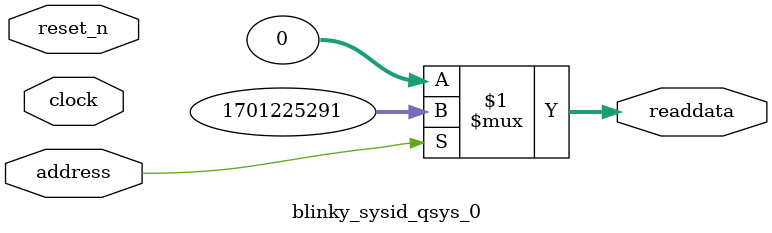
<source format=v>



// synthesis translate_off
`timescale 1ns / 1ps
// synthesis translate_on

// turn off superfluous verilog processor warnings 
// altera message_level Level1 
// altera message_off 10034 10035 10036 10037 10230 10240 10030 

module blinky_sysid_qsys_0 (
               // inputs:
                address,
                clock,
                reset_n,

               // outputs:
                readdata
             )
;

  output  [ 31: 0] readdata;
  input            address;
  input            clock;
  input            reset_n;

  wire    [ 31: 0] readdata;
  //control_slave, which is an e_avalon_slave
  assign readdata = address ? 1701225291 : 0;

endmodule



</source>
